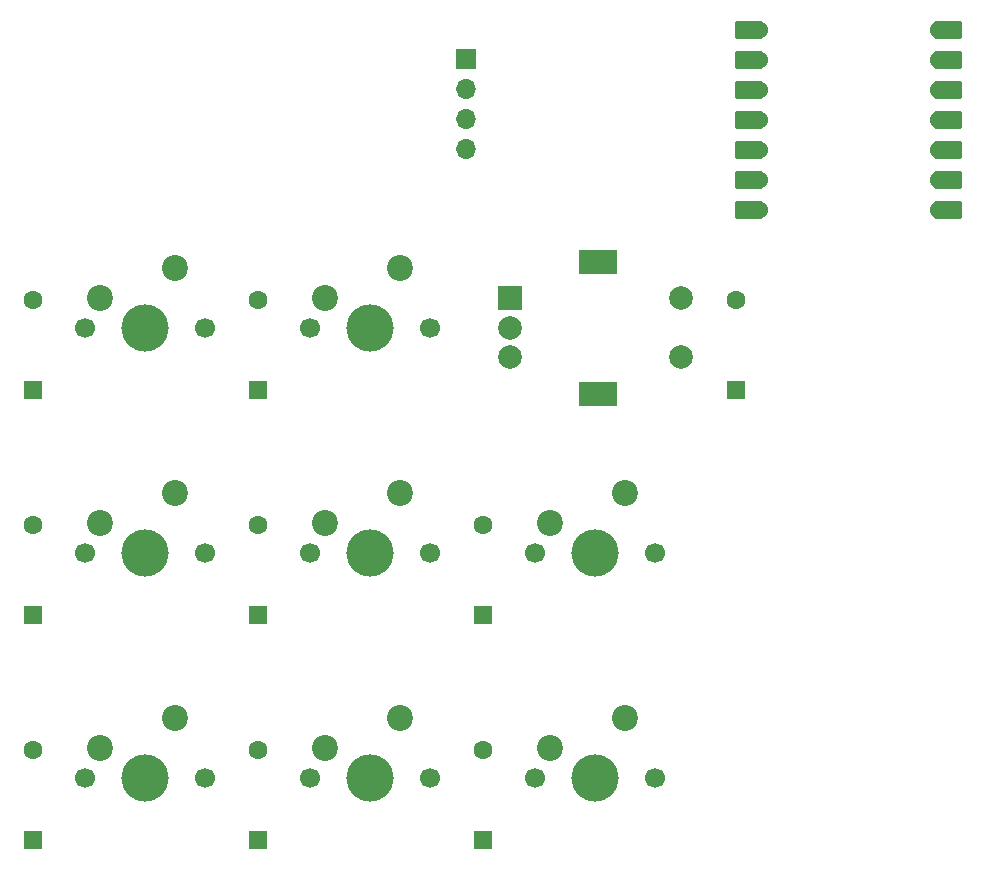
<source format=gbr>
%TF.GenerationSoftware,KiCad,Pcbnew,9.0.2*%
%TF.CreationDate,2025-06-30T15:24:12-07:00*%
%TF.ProjectId,hackpad,6861636b-7061-4642-9e6b-696361645f70,rev?*%
%TF.SameCoordinates,Original*%
%TF.FileFunction,Soldermask,Bot*%
%TF.FilePolarity,Negative*%
%FSLAX46Y46*%
G04 Gerber Fmt 4.6, Leading zero omitted, Abs format (unit mm)*
G04 Created by KiCad (PCBNEW 9.0.2) date 2025-06-30 15:24:12*
%MOMM*%
%LPD*%
G01*
G04 APERTURE LIST*
G04 Aperture macros list*
%AMRoundRect*
0 Rectangle with rounded corners*
0 $1 Rounding radius*
0 $2 $3 $4 $5 $6 $7 $8 $9 X,Y pos of 4 corners*
0 Add a 4 corners polygon primitive as box body*
4,1,4,$2,$3,$4,$5,$6,$7,$8,$9,$2,$3,0*
0 Add four circle primitives for the rounded corners*
1,1,$1+$1,$2,$3*
1,1,$1+$1,$4,$5*
1,1,$1+$1,$6,$7*
1,1,$1+$1,$8,$9*
0 Add four rect primitives between the rounded corners*
20,1,$1+$1,$2,$3,$4,$5,0*
20,1,$1+$1,$4,$5,$6,$7,0*
20,1,$1+$1,$6,$7,$8,$9,0*
20,1,$1+$1,$8,$9,$2,$3,0*%
G04 Aperture macros list end*
%ADD10C,1.700000*%
%ADD11C,4.000000*%
%ADD12C,2.200000*%
%ADD13R,1.700000X1.700000*%
%ADD14O,1.700000X1.700000*%
%ADD15R,2.000000X2.000000*%
%ADD16C,2.000000*%
%ADD17R,3.200000X2.000000*%
%ADD18RoundRect,0.250000X0.550000X-0.550000X0.550000X0.550000X-0.550000X0.550000X-0.550000X-0.550000X0*%
%ADD19C,1.600000*%
%ADD20RoundRect,0.152400X-1.063600X-0.609600X1.063600X-0.609600X1.063600X0.609600X-1.063600X0.609600X0*%
%ADD21C,1.524000*%
%ADD22RoundRect,0.152400X1.063600X0.609600X-1.063600X0.609600X-1.063600X-0.609600X1.063600X-0.609600X0*%
G04 APERTURE END LIST*
D10*
%TO.C,SW8*%
X71120000Y-95250000D03*
D11*
X76200000Y-95250000D03*
D10*
X81280000Y-95250000D03*
D12*
X78740000Y-90170000D03*
X72390000Y-92710000D03*
%TD*%
D10*
%TO.C,SW2*%
X71120000Y-114300000D03*
D11*
X76200000Y-114300000D03*
D10*
X81280000Y-114300000D03*
D12*
X78740000Y-109220000D03*
X72390000Y-111760000D03*
%TD*%
D10*
%TO.C,SW4*%
X109220000Y-114300000D03*
D11*
X114300000Y-114300000D03*
D10*
X119380000Y-114300000D03*
D12*
X116840000Y-109220000D03*
X110490000Y-111760000D03*
%TD*%
D10*
%TO.C,SW5*%
X71120000Y-133350000D03*
D11*
X76200000Y-133350000D03*
D10*
X81280000Y-133350000D03*
D12*
X78740000Y-128270000D03*
X72390000Y-130810000D03*
%TD*%
D10*
%TO.C,SW3*%
X90170000Y-114300000D03*
D11*
X95250000Y-114300000D03*
D10*
X100330000Y-114300000D03*
D12*
X97790000Y-109220000D03*
X91440000Y-111760000D03*
%TD*%
D10*
%TO.C,SW6*%
X90170000Y-133350000D03*
D11*
X95250000Y-133350000D03*
D10*
X100330000Y-133350000D03*
D12*
X97790000Y-128270000D03*
X91440000Y-130810000D03*
%TD*%
D10*
%TO.C,SW7*%
X109220000Y-133350000D03*
D11*
X114300000Y-133350000D03*
D10*
X119380000Y-133350000D03*
D12*
X116840000Y-128270000D03*
X110490000Y-130810000D03*
%TD*%
D13*
%TO.C,J1*%
X103340000Y-72505000D03*
D14*
X103340000Y-75045000D03*
X103340000Y-77585000D03*
X103340000Y-80125000D03*
%TD*%
D15*
%TO.C,SW11*%
X107050000Y-92750000D03*
D16*
X107050000Y-97750000D03*
X107050000Y-95250000D03*
D17*
X114550000Y-89650000D03*
X114550000Y-100850000D03*
D16*
X121550000Y-97750000D03*
X121550000Y-92750000D03*
%TD*%
D10*
%TO.C,SW1*%
X90170000Y-95250000D03*
D11*
X95250000Y-95250000D03*
D10*
X100330000Y-95250000D03*
D12*
X97790000Y-90170000D03*
X91440000Y-92710000D03*
%TD*%
D18*
%TO.C,D3*%
X85725000Y-119538750D03*
D19*
X85725000Y-111918750D03*
%TD*%
D20*
%TO.C,XIAO-RP2040 HERE1*%
X144186250Y-70000000D03*
D21*
X143351250Y-70000000D03*
D20*
X144186250Y-72540000D03*
D21*
X143351250Y-72540000D03*
D20*
X144186250Y-75080000D03*
D21*
X143351250Y-75080000D03*
D20*
X144186250Y-77620000D03*
D21*
X143351250Y-77620000D03*
D20*
X144186250Y-80160000D03*
D21*
X143351250Y-80160000D03*
D20*
X144186250Y-82700000D03*
D21*
X143351250Y-82700000D03*
D20*
X144186250Y-85240000D03*
D21*
X143351250Y-85240000D03*
X128111250Y-85240000D03*
D22*
X127276250Y-85240000D03*
D21*
X128111250Y-82700000D03*
D22*
X127276250Y-82700000D03*
D21*
X128111250Y-80160000D03*
D22*
X127276250Y-80160000D03*
D21*
X128111250Y-77620000D03*
D22*
X127276250Y-77620000D03*
D21*
X128111250Y-75080000D03*
D22*
X127276250Y-75080000D03*
D21*
X128111250Y-72540000D03*
D22*
X127276250Y-72540000D03*
D21*
X128111250Y-70000000D03*
D22*
X127276250Y-70000000D03*
%TD*%
D18*
%TO.C,D6*%
X85725000Y-138588750D03*
D19*
X85725000Y-130968750D03*
%TD*%
D18*
%TO.C,D8*%
X66675000Y-100488750D03*
D19*
X66675000Y-92868750D03*
%TD*%
D18*
%TO.C,D2*%
X66675000Y-119538750D03*
D19*
X66675000Y-111918750D03*
%TD*%
D18*
%TO.C,D11*%
X126206250Y-100488750D03*
D19*
X126206250Y-92868750D03*
%TD*%
D18*
%TO.C,D7*%
X104775000Y-138588750D03*
D19*
X104775000Y-130968750D03*
%TD*%
D18*
%TO.C,D5*%
X66675000Y-138588750D03*
D19*
X66675000Y-130968750D03*
%TD*%
D18*
%TO.C,D4*%
X104775000Y-119538750D03*
D19*
X104775000Y-111918750D03*
%TD*%
D18*
%TO.C,D1*%
X85725000Y-100488750D03*
D19*
X85725000Y-92868750D03*
%TD*%
M02*

</source>
